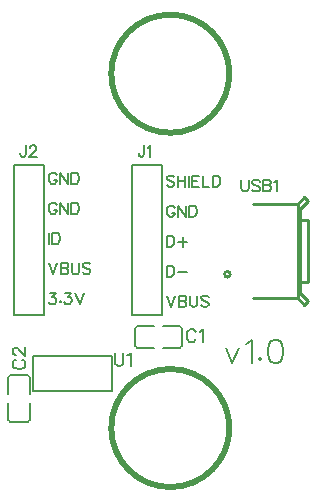
<source format=gto>
G04 Layer: TopSilkscreenLayer*
G04 EasyEDA v6.5.20, 2023-08-22 18:50:07*
G04 a67cddfb3fce44daa9051d46cbbcc19f,10*
G04 Gerber Generator version 0.2*
G04 Scale: 100 percent, Rotated: No, Reflected: No *
G04 Dimensions in millimeters *
G04 leading zeros omitted , absolute positions ,4 integer and 5 decimal *
%FSLAX45Y45*%
%MOMM*%

%ADD10C,0.2032*%
%ADD11C,0.1524*%
%ADD12C,0.2030*%
%ADD13C,0.2540*%
%ADD14C,0.5000*%
%ADD15C,0.0138*%

%LPD*%
D10*
X-29999Y-379153D02*
G01*
X6322Y-474657D01*
X42644Y-379153D02*
G01*
X6322Y-474657D01*
X72616Y-379153D02*
G01*
X72616Y-474657D01*
X72616Y-379153D02*
G01*
X113510Y-379153D01*
X127226Y-383725D01*
X131798Y-388297D01*
X136370Y-397187D01*
X136370Y-406331D01*
X131798Y-415475D01*
X127226Y-420047D01*
X113510Y-424619D01*
X72616Y-424619D02*
G01*
X113510Y-424619D01*
X127226Y-429191D01*
X131798Y-433509D01*
X136370Y-442653D01*
X136370Y-456369D01*
X131798Y-465513D01*
X127226Y-470085D01*
X113510Y-474657D01*
X72616Y-474657D01*
X166342Y-379153D02*
G01*
X166342Y-447225D01*
X170914Y-460941D01*
X180058Y-470085D01*
X193520Y-474657D01*
X202664Y-474657D01*
X216380Y-470085D01*
X225524Y-460941D01*
X230096Y-447225D01*
X230096Y-379153D01*
X323568Y-392615D02*
G01*
X314424Y-383725D01*
X300962Y-379153D01*
X282674Y-379153D01*
X269212Y-383725D01*
X260068Y-392615D01*
X260068Y-401759D01*
X264640Y-410903D01*
X269212Y-415475D01*
X278102Y-420047D01*
X305534Y-429191D01*
X314424Y-433509D01*
X318996Y-438081D01*
X323568Y-447225D01*
X323568Y-460941D01*
X314424Y-470085D01*
X300962Y-474657D01*
X282674Y-474657D01*
X269212Y-470085D01*
X260068Y-460941D01*
X-29999Y-125153D02*
G01*
X-29999Y-220657D01*
X-29999Y-125153D02*
G01*
X1750Y-125153D01*
X15466Y-129725D01*
X24610Y-138615D01*
X29182Y-147759D01*
X33754Y-161475D01*
X33754Y-184081D01*
X29182Y-197797D01*
X24610Y-206941D01*
X15466Y-216085D01*
X1750Y-220657D01*
X-29999Y-220657D01*
X63726Y-179509D02*
G01*
X145514Y-179509D01*
X-29999Y128846D02*
G01*
X-29999Y33342D01*
X-29999Y128846D02*
G01*
X1750Y128846D01*
X15466Y124274D01*
X24610Y115384D01*
X29182Y106240D01*
X33754Y92524D01*
X33754Y69918D01*
X29182Y56202D01*
X24610Y47058D01*
X15466Y37914D01*
X1750Y33342D01*
X-29999Y33342D01*
X104620Y115384D02*
G01*
X104620Y33342D01*
X63726Y74490D02*
G01*
X145514Y74490D01*
X38072Y360291D02*
G01*
X33754Y369181D01*
X24610Y378325D01*
X15466Y382897D01*
X-2821Y382897D01*
X-11711Y378325D01*
X-20855Y369181D01*
X-25427Y360291D01*
X-29999Y346575D01*
X-29999Y323715D01*
X-25427Y310253D01*
X-20855Y301109D01*
X-11711Y291965D01*
X-2821Y287393D01*
X15466Y287393D01*
X24610Y291965D01*
X33754Y301109D01*
X38072Y310253D01*
X38072Y323715D01*
X15466Y323715D02*
G01*
X38072Y323715D01*
X68298Y382897D02*
G01*
X68298Y287393D01*
X68298Y382897D02*
G01*
X131798Y287393D01*
X131798Y382897D02*
G01*
X131798Y287393D01*
X161770Y382897D02*
G01*
X161770Y287393D01*
X161770Y382897D02*
G01*
X193520Y382897D01*
X207236Y378325D01*
X216380Y369181D01*
X220952Y360291D01*
X225524Y346575D01*
X225524Y323715D01*
X220952Y310253D01*
X216380Y301109D01*
X207236Y291965D01*
X193520Y287393D01*
X161770Y287393D01*
X33754Y623384D02*
G01*
X24610Y632274D01*
X10894Y636846D01*
X-7393Y636846D01*
X-20855Y632274D01*
X-29999Y623384D01*
X-29999Y614240D01*
X-25427Y605096D01*
X-20855Y600524D01*
X-11711Y595952D01*
X15466Y586808D01*
X24610Y582490D01*
X29182Y577918D01*
X33754Y568774D01*
X33754Y555058D01*
X24610Y545914D01*
X10894Y541342D01*
X-7393Y541342D01*
X-20855Y545914D01*
X-29999Y555058D01*
X63726Y636846D02*
G01*
X63726Y541342D01*
X127226Y636846D02*
G01*
X127226Y541342D01*
X63726Y591380D02*
G01*
X127226Y591380D01*
X157198Y636846D02*
G01*
X157198Y541342D01*
X187170Y636846D02*
G01*
X187170Y541342D01*
X187170Y636846D02*
G01*
X246352Y636846D01*
X187170Y591380D02*
G01*
X223746Y591380D01*
X187170Y541342D02*
G01*
X246352Y541342D01*
X276324Y636846D02*
G01*
X276324Y541342D01*
X276324Y541342D02*
G01*
X330934Y541342D01*
X360906Y636846D02*
G01*
X360906Y541342D01*
X360906Y636846D02*
G01*
X392656Y636846D01*
X406372Y632274D01*
X415516Y623384D01*
X420088Y614240D01*
X424660Y600524D01*
X424660Y577918D01*
X420088Y564202D01*
X415516Y555058D01*
X406372Y545914D01*
X392656Y541342D01*
X360906Y541342D01*
X-1020955Y-355163D02*
G01*
X-970917Y-355163D01*
X-998095Y-391485D01*
X-984633Y-391485D01*
X-975489Y-396057D01*
X-970917Y-400629D01*
X-966345Y-414091D01*
X-966345Y-423235D01*
X-970917Y-436951D01*
X-980061Y-446095D01*
X-993523Y-450667D01*
X-1007239Y-450667D01*
X-1020955Y-446095D01*
X-1025527Y-441523D01*
X-1030099Y-432379D01*
X-931801Y-427807D02*
G01*
X-936373Y-432379D01*
X-931801Y-436951D01*
X-927229Y-432379D01*
X-931801Y-427807D01*
X-888113Y-355163D02*
G01*
X-838075Y-355163D01*
X-865507Y-391485D01*
X-851791Y-391485D01*
X-842647Y-396057D01*
X-838075Y-400629D01*
X-833757Y-414091D01*
X-833757Y-423235D01*
X-838075Y-436951D01*
X-847219Y-446095D01*
X-860935Y-450667D01*
X-874651Y-450667D01*
X-888113Y-446095D01*
X-892685Y-441523D01*
X-897257Y-432379D01*
X-803531Y-355163D02*
G01*
X-767209Y-450667D01*
X-730887Y-355163D02*
G01*
X-767209Y-450667D01*
X-1030074Y-101150D02*
G01*
X-993752Y-196654D01*
X-957176Y-101150D02*
G01*
X-993752Y-196654D01*
X-927204Y-101150D02*
G01*
X-927204Y-196654D01*
X-927204Y-101150D02*
G01*
X-886310Y-101150D01*
X-872848Y-105722D01*
X-868276Y-110294D01*
X-863704Y-119184D01*
X-863704Y-128328D01*
X-868276Y-137472D01*
X-872848Y-142044D01*
X-886310Y-146616D01*
X-927204Y-146616D02*
G01*
X-886310Y-146616D01*
X-872848Y-151188D01*
X-868276Y-155506D01*
X-863704Y-164650D01*
X-863704Y-178366D01*
X-868276Y-187510D01*
X-872848Y-192082D01*
X-886310Y-196654D01*
X-927204Y-196654D01*
X-833732Y-101150D02*
G01*
X-833732Y-169222D01*
X-829160Y-182938D01*
X-820016Y-192082D01*
X-806300Y-196654D01*
X-797156Y-196654D01*
X-783694Y-192082D01*
X-774550Y-182938D01*
X-769978Y-169222D01*
X-769978Y-101150D01*
X-676252Y-114612D02*
G01*
X-685396Y-105722D01*
X-699112Y-101150D01*
X-717400Y-101150D01*
X-730862Y-105722D01*
X-740006Y-114612D01*
X-740006Y-123756D01*
X-735434Y-132900D01*
X-730862Y-137472D01*
X-721718Y-142044D01*
X-694540Y-151188D01*
X-685396Y-155506D01*
X-680824Y-160078D01*
X-676252Y-169222D01*
X-676252Y-182938D01*
X-685396Y-192082D01*
X-699112Y-196654D01*
X-717400Y-196654D01*
X-730862Y-192082D01*
X-740006Y-182938D01*
X-1030074Y152849D02*
G01*
X-1030074Y57345D01*
X-1000102Y152849D02*
G01*
X-1000102Y57345D01*
X-1000102Y152849D02*
G01*
X-968098Y152849D01*
X-954636Y148277D01*
X-945492Y139387D01*
X-940920Y130243D01*
X-936348Y116527D01*
X-936348Y93921D01*
X-940920Y80205D01*
X-945492Y71061D01*
X-954636Y61917D01*
X-968098Y57345D01*
X-1000102Y57345D01*
X-961931Y384289D02*
G01*
X-966249Y393179D01*
X-975393Y402323D01*
X-984537Y406895D01*
X-1002825Y406895D01*
X-1011715Y402323D01*
X-1020859Y393179D01*
X-1025431Y384289D01*
X-1030003Y370573D01*
X-1030003Y347713D01*
X-1025431Y334251D01*
X-1020859Y325107D01*
X-1011715Y315963D01*
X-1002825Y311391D01*
X-984537Y311391D01*
X-975393Y315963D01*
X-966249Y325107D01*
X-961931Y334251D01*
X-961931Y347713D01*
X-984537Y347713D02*
G01*
X-961931Y347713D01*
X-931705Y406895D02*
G01*
X-931705Y311391D01*
X-931705Y406895D02*
G01*
X-868205Y311391D01*
X-868205Y406895D02*
G01*
X-868205Y311391D01*
X-838233Y406895D02*
G01*
X-838233Y311391D01*
X-838233Y406895D02*
G01*
X-806483Y406895D01*
X-792767Y402323D01*
X-783623Y393179D01*
X-779051Y384289D01*
X-774479Y370573D01*
X-774479Y347713D01*
X-779051Y334251D01*
X-783623Y325107D01*
X-792767Y315963D01*
X-806483Y311391D01*
X-838233Y311391D01*
X-961931Y638289D02*
G01*
X-966249Y647179D01*
X-975393Y656323D01*
X-984537Y660895D01*
X-1002825Y660895D01*
X-1011715Y656323D01*
X-1020859Y647179D01*
X-1025431Y638289D01*
X-1030003Y624573D01*
X-1030003Y601713D01*
X-1025431Y588251D01*
X-1020859Y579107D01*
X-1011715Y569963D01*
X-1002825Y565391D01*
X-984537Y565391D01*
X-975393Y569963D01*
X-966249Y579107D01*
X-961931Y588251D01*
X-961931Y601713D01*
X-984537Y601713D02*
G01*
X-961931Y601713D01*
X-931705Y660895D02*
G01*
X-931705Y565391D01*
X-931705Y660895D02*
G01*
X-868205Y565391D01*
X-868205Y660895D02*
G01*
X-868205Y565391D01*
X-838233Y660895D02*
G01*
X-838233Y565391D01*
X-838233Y660895D02*
G01*
X-806483Y660895D01*
X-792767Y656323D01*
X-783623Y647179D01*
X-779051Y638289D01*
X-774479Y624573D01*
X-774479Y601713D01*
X-779051Y588251D01*
X-783623Y579107D01*
X-792767Y569963D01*
X-806483Y565391D01*
X-838233Y565391D01*
X469897Y-819510D02*
G01*
X525523Y-948796D01*
X580895Y-819510D02*
G01*
X525523Y-948796D01*
X641855Y-791824D02*
G01*
X660143Y-782680D01*
X688083Y-754994D01*
X688083Y-948796D01*
X758187Y-902822D02*
G01*
X749043Y-911966D01*
X758187Y-921110D01*
X767331Y-911966D01*
X758187Y-902822D01*
X883663Y-754994D02*
G01*
X855977Y-764138D01*
X837689Y-791824D01*
X828291Y-838052D01*
X828291Y-865738D01*
X837689Y-911966D01*
X855977Y-939652D01*
X883663Y-948796D01*
X902205Y-948796D01*
X929891Y-939652D01*
X948433Y-911966D01*
X957577Y-865738D01*
X957577Y-838052D01*
X948433Y-791824D01*
X929891Y-764138D01*
X902205Y-754994D01*
X883663Y-754994D01*
D11*
X217952Y-690666D02*
G01*
X212618Y-680252D01*
X202458Y-669838D01*
X192044Y-664758D01*
X171216Y-664758D01*
X160802Y-669838D01*
X150388Y-680252D01*
X145308Y-690666D01*
X139974Y-706160D01*
X139974Y-732322D01*
X145308Y-747816D01*
X150388Y-758230D01*
X160802Y-768644D01*
X171216Y-773724D01*
X192044Y-773724D01*
X202458Y-768644D01*
X212618Y-758230D01*
X217952Y-747816D01*
X252242Y-685332D02*
G01*
X262656Y-680252D01*
X278150Y-664758D01*
X278150Y-773724D01*
X-469993Y-864682D02*
G01*
X-469993Y-942660D01*
X-464913Y-958154D01*
X-454499Y-968568D01*
X-438751Y-973648D01*
X-428337Y-973648D01*
X-412843Y-968568D01*
X-402429Y-958154D01*
X-397349Y-942660D01*
X-397349Y-864682D01*
X-363059Y-885510D02*
G01*
X-352645Y-880176D01*
X-336897Y-864682D01*
X-336897Y-973648D01*
X-1309291Y-922134D02*
G01*
X-1319705Y-927214D01*
X-1330119Y-937628D01*
X-1335453Y-948042D01*
X-1335453Y-968870D01*
X-1330119Y-979284D01*
X-1319705Y-989698D01*
X-1309291Y-994778D01*
X-1293797Y-1000112D01*
X-1267889Y-1000112D01*
X-1252141Y-994778D01*
X-1241727Y-989698D01*
X-1231313Y-979284D01*
X-1226233Y-968870D01*
X-1226233Y-948042D01*
X-1231313Y-937628D01*
X-1241727Y-927214D01*
X-1252141Y-922134D01*
X-1309291Y-882510D02*
G01*
X-1314625Y-882510D01*
X-1325039Y-877430D01*
X-1330119Y-872096D01*
X-1335453Y-861936D01*
X-1335453Y-841108D01*
X-1330119Y-830694D01*
X-1325039Y-825360D01*
X-1314625Y-820280D01*
X-1304211Y-820280D01*
X-1293797Y-825360D01*
X-1278303Y-835774D01*
X-1226233Y-887844D01*
X-1226233Y-814946D01*
X-222808Y892845D02*
G01*
X-222808Y820201D01*
X-227380Y806485D01*
X-231952Y801913D01*
X-240842Y797341D01*
X-249986Y797341D01*
X-259130Y801913D01*
X-263702Y806485D01*
X-268274Y820201D01*
X-268274Y829345D01*
X-192836Y874811D02*
G01*
X-183692Y879383D01*
X-169976Y892845D01*
X-169976Y797341D01*
X-1224480Y892837D02*
G01*
X-1224480Y820193D01*
X-1229052Y806477D01*
X-1233624Y801905D01*
X-1242768Y797333D01*
X-1251912Y797333D01*
X-1260802Y801905D01*
X-1265374Y806477D01*
X-1269946Y820193D01*
X-1269946Y829337D01*
X-1189936Y870231D02*
G01*
X-1189936Y874803D01*
X-1185364Y883693D01*
X-1180792Y888265D01*
X-1171902Y892837D01*
X-1153614Y892837D01*
X-1144470Y888265D01*
X-1139898Y883693D01*
X-1135326Y874803D01*
X-1135326Y865659D01*
X-1139898Y856515D01*
X-1149042Y842799D01*
X-1194508Y797333D01*
X-1131008Y797333D01*
X600024Y600963D02*
G01*
X600024Y532637D01*
X604596Y519176D01*
X613740Y510031D01*
X627202Y505460D01*
X636346Y505460D01*
X650062Y510031D01*
X659206Y519176D01*
X663524Y532637D01*
X663524Y600963D01*
X757250Y587247D02*
G01*
X748106Y596392D01*
X734644Y600963D01*
X716356Y600963D01*
X702640Y596392D01*
X693750Y587247D01*
X693750Y578104D01*
X698068Y569213D01*
X702640Y564642D01*
X711784Y560070D01*
X739216Y550926D01*
X748106Y546354D01*
X752678Y541781D01*
X757250Y532637D01*
X757250Y519176D01*
X748106Y510031D01*
X734644Y505460D01*
X716356Y505460D01*
X702640Y510031D01*
X693750Y519176D01*
X787222Y600963D02*
G01*
X787222Y505460D01*
X787222Y600963D02*
G01*
X828116Y600963D01*
X841832Y596392D01*
X846404Y591820D01*
X850976Y582676D01*
X850976Y573531D01*
X846404Y564642D01*
X841832Y560070D01*
X828116Y555497D01*
X787222Y555497D02*
G01*
X828116Y555497D01*
X841832Y550926D01*
X846404Y546354D01*
X850976Y537210D01*
X850976Y523747D01*
X846404Y514604D01*
X841832Y510031D01*
X828116Y505460D01*
X787222Y505460D01*
X880948Y582676D02*
G01*
X890092Y587247D01*
X903554Y600963D01*
X903554Y505460D01*
X-281119Y-820359D02*
G01*
X-140119Y-820359D01*
X-140119Y-639638D02*
G01*
X-281119Y-639638D01*
X-296359Y-654878D02*
G01*
X-296359Y-805119D01*
X81119Y-820359D02*
G01*
X-59880Y-820359D01*
X-59880Y-639638D02*
G01*
X81119Y-639638D01*
X96359Y-654878D02*
G01*
X96359Y-805119D01*
X-497377Y-1187140D02*
G01*
X-1162618Y-1187140D01*
X-1162618Y-892860D01*
X-497377Y-892860D01*
X-497377Y-1187140D01*
X-1370357Y-1068877D02*
G01*
X-1370357Y-1209878D01*
X-1189636Y-1209878D02*
G01*
X-1189636Y-1068877D01*
X-1204876Y-1053637D02*
G01*
X-1355117Y-1053637D01*
X-1370357Y-1431117D02*
G01*
X-1370357Y-1290116D01*
X-1189636Y-1290116D02*
G01*
X-1189636Y-1431117D01*
X-1204876Y-1446357D02*
G01*
X-1355117Y-1446357D01*
D10*
X-325198Y-352491D02*
G01*
X-325198Y-542991D01*
X-71198Y-542991D01*
X-71198Y727008D01*
X-325198Y727008D01*
D12*
X-325198Y727008D02*
G01*
X-325198Y-352491D01*
D10*
X-1326997Y-352498D02*
G01*
X-1326997Y-542998D01*
X-1072997Y-542998D01*
X-1072997Y727001D01*
X-1326997Y727001D01*
D12*
X-1326997Y727001D02*
G01*
X-1326997Y-352498D01*
D13*
X1101239Y-267512D02*
G01*
X1166240Y-267512D01*
X1166240Y259996D01*
X1101239Y259996D01*
X1078743Y399999D02*
G01*
X1133741Y454997D01*
X1166240Y422498D01*
X1101239Y357497D01*
X1101239Y-357497D01*
X1078743Y-399999D02*
G01*
X1133741Y-454997D01*
X1166240Y-422498D01*
X1101239Y-357497D01*
X1078743Y-399999D02*
G01*
X696856Y-399999D01*
X1078743Y399999D02*
G01*
X696856Y399999D01*
X1078743Y-399999D02*
G01*
X1078743Y399999D01*
D11*
G75*
G01*
X-281120Y-639638D02*
G03*
X-296360Y-654878I0J-15240D01*
G75*
G01*
X-296360Y-805119D02*
G03*
X-281120Y-820359I15240J0D01*
G75*
G01*
X81120Y-639638D02*
G02*
X96360Y-654878I0J-15240D01*
G75*
G01*
X96360Y-805119D02*
G02*
X81120Y-820359I-15240J0D01*
G75*
G01*
X-1189637Y-1068878D02*
G03*
X-1204877Y-1053638I-15240J0D01*
G75*
G01*
X-1355118Y-1053638D02*
G03*
X-1370358Y-1068878I0J-15240D01*
G75*
G01*
X-1189637Y-1431117D02*
G02*
X-1204877Y-1446357I-15240J0D01*
G75*
G01*
X-1355118Y-1446357D02*
G02*
X-1370358Y-1431117I0J15240D01*
D14*
G75*
G01
X499999Y-1499997D02*
G03X499999Y-1499997I-499999J0D01*
G75*
G01
X499999Y1499997D02*
G03X499999Y1499997I-499999J0D01*
D13*
G75*
G01
X508178Y-199009D02*
G03X508178Y-199009I-24181J0D01*
M02*

</source>
